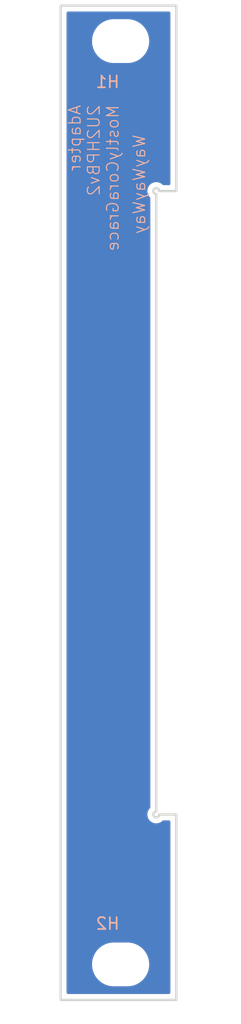
<source format=kicad_pcb>
(kicad_pcb (version 20241229) (generator "pcbnew") (generator_version "9.0")
  (layers (0 "F.Cu" signal) (2 "B.Cu" signal) (13 "F.Paste" user) (15 "B.Paste" user) (5 "F.SilkS" user "F.Silkscreen") (7 "B.SilkS" user "B.Silkscreen") (1 "F.Mask" user) (3 "B.Mask" user) (25 "Edge.Cuts" user))
  (net 0 "")
  (footprint "EXC:MountingHole_3.2mm_M3" (layer "F.Cu") (at 5.08 5.425)
    (property "Reference" "H1" (at 0 3.45 0) (layer "B.SilkS") (effects (justify left mirror)))
    (property "Value" "Eurorack_M3_MountingHole")
    (pad "" np_thru_hole oval (at 0 0) (size 4.34 3.2) (drill oval 4.34 3.2) (layers "*.Cu" "*.Mask"))
  )
  (footprint "EXC:MountingHole_3.2mm_M3" (layer "F.Cu") (at 5.08 83.475)
    (property "Reference" "H2" (at 0 -3.45 0) (layer "B.SilkS") (effects (justify left mirror)))
    (property "Value" "Eurorack_M3_MountingHole")
    (pad "" np_thru_hole oval (at 0 0) (size 4.34 3.2) (drill oval 4.34 3.2) (layers "*.Cu" "*.Mask"))
  )
  (gr_line (start 8.1 18.35) (end 8.1 70.55) (stroke (width 0.2)) (layer "Edge.Cuts"))
  (gr_line (start 8.35 18.1) (end 9.8 18.1) (stroke (width 0.2)) (layer "Edge.Cuts"))
  (gr_line (start 9.8 2.425) (end 9.8 18.1) (stroke (width 0.2)) (layer "Edge.Cuts"))
  (gr_line (start 0 86.475) (end 9.8 86.475) (stroke (width 0.2)) (layer "Edge.Cuts"))
  (gr_line (start 8.35 70.8) (end 9.8 70.8) (stroke (width 0.2)) (layer "Edge.Cuts"))
  (gr_line (start 9.8 70.8) (end 9.8 86.475) (stroke (width 0.2)) (layer "Edge.Cuts"))
  (gr_line (start 0 2.425) (end 9.8 2.425) (stroke (width 0.2)) (layer "Edge.Cuts"))
  (gr_arc (start 8.1 18.35) (mid 7.923223 17.923223) (end 8.35 18.1) (stroke (width 0.2)) (layer "Edge.Cuts"))
  (gr_arc (start 8.35 70.8) (mid 7.923223 70.976777) (end 8.1 70.55) (stroke (width 0.2)) (layer "Edge.Cuts"))
  (gr_line (start 0 2.425) (end 0 86.475) (stroke (width 0.2)) (layer "Edge.Cuts"))
  (gr_text "WayWayWay" (at 7.25 13.25 90) (layer "B.SilkS") (effects (font (size 1 1) (thickness 0.1)) (justify left bottom mirror)))
  (gr_text "Adapter\n2U2HPBv2\nMostlyCoraGrace" (at 5 10.75 90) (layer "B.SilkS") (effects (font (size 1 1) (thickness 0.1)) (justify left bottom mirror)))
  (zone (net 0) (net_name "") (layers "F.Cu" "B.Cu") (connect_pads (clearance 0.5)) (min_thickness 0.25) (fill yes (thermal_gap 0.5) (thermal_bridge_width 0.5) (island_removal_mode 1) (island_area_min 10))
    (polygon (pts (xy 0 2.425) (xy 9.8 2.425) (xy 9.8 18.1) (xy 8.1 18.1) (xy 8.1 70.8) (xy 9.8 70.8) (xy 9.8 86.475) (xy 0 86.475)))
  )
)
</source>
